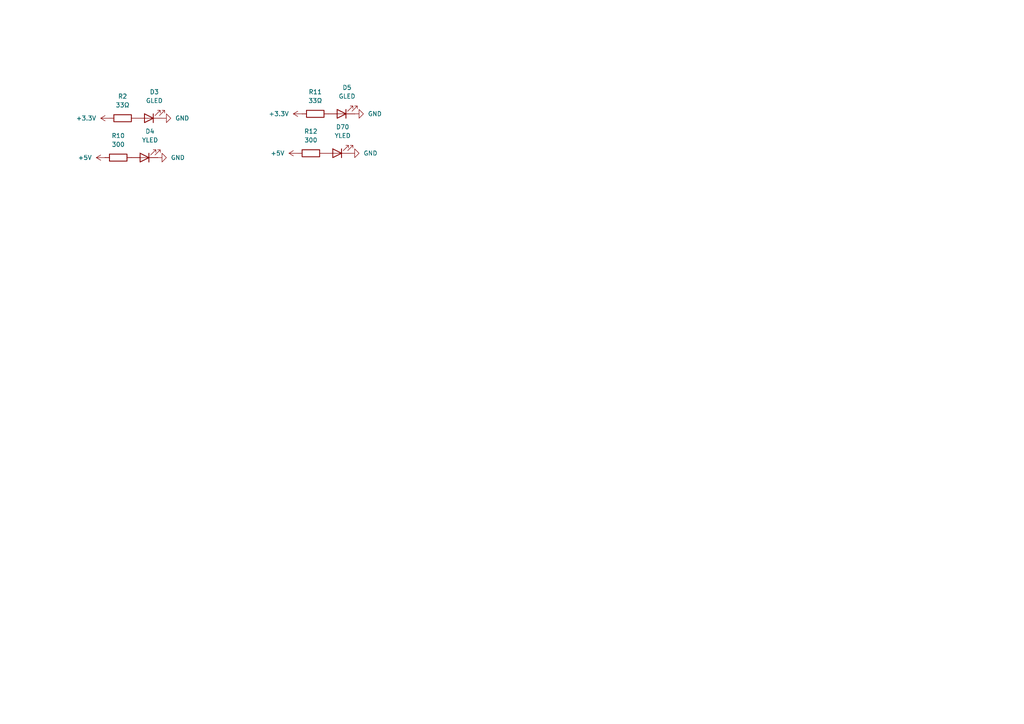
<source format=kicad_sch>
(kicad_sch (version 20250114) (generator "eeschema") (generator_version "9.0")
  (paper "A4")
  (lib_symbols
    (symbol "Device:LED" (pin_numbers (hide yes)) (pin_names (offset 1.016) (hide yes))
      (property "Reference" "D" (at 0 2.54 0))
      (property "Value" "LED" (at 0 -2.54 0))
      (symbol "LED_0_1"
        (polyline (pts (xy -3.048 -0.762) (xy -4.572 -2.286) (xy -3.81 -2.286) (xy -4.572 -2.286) (xy -4.572 -1.524)))
        (polyline (pts (xy -1.778 -0.762) (xy -3.302 -2.286) (xy -2.54 -2.286) (xy -3.302 -2.286) (xy -3.302 -1.524)))
        (polyline (pts (xy -1.27 0) (xy 1.27 0)))
        (polyline (pts (xy -1.27 -1.27) (xy -1.27 1.27)) (stroke (width 0.254)))
        (polyline (pts (xy 1.27 -1.27) (xy 1.27 1.27) (xy -1.27 0) (xy 1.27 -1.27)) (stroke (width 0.254)))
      )
      (symbol "LED_1_1"
        (pin passive line (at -3.81 0 0) (length 2.54) (name "K") (number "1"))
        (pin passive line (at 3.81 0 180) (length 2.54) (name "A") (number "2"))
      )
    )
    (symbol "Device:R" (pin_numbers (hide yes)) (pin_names (offset 0))
      (property "Reference" "R" (at 2.032 0 90))
      (property "Value" "R" (at 0 0 90))
      (symbol "R_0_1"
        (rectangle (start -1.016 -2.54) (end 1.016 2.54) (stroke (width 0.254)))
      )
      (symbol "R_1_1"
        (pin passive line (at 0 3.81 270) (length 1.27) (name "~") (number "1"))
        (pin passive line (at 0 -3.81 90) (length 1.27) (name "~") (number "2"))
      )
    )
    (symbol "power:+3.3V" (power) (pin_numbers (hide yes)) (pin_names (offset 0) (hide yes))
      (property "Value" "+3.3V" (at 0 3.556 0))
      (symbol "+3.3V_0_1"
        (polyline (pts (xy -0.762 1.27) (xy 0 2.54)))
        (polyline (pts (xy 0 2.54) (xy 0.762 1.27)))
        (polyline (pts (xy 0 0) (xy 0 2.54)))
      )
      (symbol "+3.3V_1_1"
        (pin power_in line (at 0 0 90) (length 0) (name "~") (number "1"))
      )
    )
    (symbol "power:+5V" (power) (pin_numbers (hide yes)) (pin_names (offset 0) (hide yes))
      (property "Value" "+5V" (at 0 3.556 0))
      (symbol "+5V_0_1"
        (polyline (pts (xy -0.762 1.27) (xy 0 2.54)))
        (polyline (pts (xy 0 2.54) (xy 0.762 1.27)))
        (polyline (pts (xy 0 0) (xy 0 2.54)))
      )
      (symbol "+5V_1_1"
        (pin power_in line (at 0 0 90) (length 0) (name "~") (number "1"))
      )
    )
    (symbol "power:GND" (power) (pin_numbers (hide yes)) (pin_names (offset 0) (hide yes))
      (property "Value" "GND" (at 0 -3.81 0))
      (symbol "GND_0_1"
        (polyline (pts (xy 0 0) (xy 0 -1.27) (xy 1.27 -1.27) (xy 0 -2.54) (xy -1.27 -1.27) (xy 0 -1.27)))
      )
      (symbol "GND_1_1"
        (pin power_in line (at 0 0 270) (length 0) (name "~") (number "1"))
      )
    )
  )
  (symbol (lib_id "Device:R") (at 90.17 44.45 270) (unit 1)
    (property "Reference" "R12" (at 90.17 38.1 90))
    (property "Value" "300" (at 90.17 40.64 90))
    (property "Footprint" "Resistor_SMD:R_0603_1608Metric" (effects (hide yes)))
    (property "Description" "Resistor" (effects (hide yes)))
    (property "LCSC" "C2907148" (effects (hide yes)))
  )
  (symbol (lib_id "Device:LED") (at 41.91 45.72 180) (unit 1)
    (property "Reference" "D4" (at 43.4975 38.1 0))
    (property "Value" "YLED" (at 43.4975 40.64 0))
    (property "Footprint" "easyeda2kicad:LED0805-R-RD" (effects (hide yes)))
    (property "Datasheet" "https://www.lcsc.com/datasheet/C84261.pdf" (effects (hide yes)))
    (property "Description" "Light emitting diode" (effects (hide yes)))
    (property "Sim.Pins" "1=K 2=A" (effects (hide yes)))
    (property "LCSC" "C84261" (effects (hide yes)))
  )
  (symbol (lib_id "Device:LED") (at 43.18 34.29 180) (unit 1)
    (property "Reference" "D3" (at 44.7675 26.67 0))
    (property "Value" "GLED" (at 44.7675 29.21 0))
    (property "Footprint" "easyeda2kicad:LED0805-R-RD" (effects (hide yes)))
    (property "Datasheet" "https://www.lcsc.com/datasheet/C84260.pdf" (effects (hide yes)))
    (property "Description" "Light emitting diode" (effects (hide yes)))
    (property "Sim.Pins" "1=K 2=A" (effects (hide yes)))
    (property "LCSC" "C84260" (effects (hide yes)))
  )
  (symbol (lib_id "Device:R") (at 34.29 45.72 270) (unit 1)
    (property "Reference" "R10" (at 34.29 39.37 90))
    (property "Value" "300" (at 34.29 41.91 90))
    (property "Footprint" "Resistor_SMD:R_0603_1608Metric" (effects (hide yes)))
    (property "Description" "Resistor" (effects (hide yes)))
    (property "LCSC" "C2907148" (effects (hide yes)))
  )
  (symbol (lib_id "Device:R") (at 91.44 33.02 270) (unit 1)
    (property "Reference" "R11" (at 91.44 26.67 90))
    (property "Value" "33Ω" (at 91.44 29.21 90))
    (property "Footprint" "Resistor_SMD:R_0603_1608Metric" (effects (hide yes)))
    (property "Datasheet" "https://www.lcsc.com/datasheet/C108661.pdf" (effects (hide yes)))
    (property "Description" "Resistor" (effects (hide yes)))
    (property "LCSC" "C108661" (effects (hide yes)))
  )
  (symbol (lib_id "power:+3.3V") (at 31.75 34.29 90) (unit 1)
    (property "Reference" "#PWR0193" (effects (hide yes)))
    (property "Value" "+3.3V" (at 27.94 34.2899 90) (effects (justify left)))
    (property "Description" "Power symbol creates a global label with name \"+3.3V\"" (effects (hide yes)))
  )
  (symbol (lib_id "power:GND") (at 46.99 34.29 90) (unit 1)
    (property "Reference" "#PWR0196" (effects (hide yes)))
    (property "Value" "GND" (at 50.8 34.2899 90) (effects (justify right)))
    (property "Description" "Power symbol creates a global label with name \"GND\" , ground" (effects (hide yes)))
  )
  (symbol (lib_id "Device:LED") (at 97.79 44.45 180) (unit 1)
    (property "Reference" "D70" (at 99.3775 36.83 0))
    (property "Value" "YLED" (at 99.3775 39.37 0))
    (property "Footprint" "easyeda2kicad:LED0805-R-RD" (effects (hide yes)))
    (property "Datasheet" "https://www.lcsc.com/datasheet/C84261.pdf" (effects (hide yes)))
    (property "Description" "Light emitting diode" (effects (hide yes)))
    (property "Sim.Pins" "1=K 2=A" (effects (hide yes)))
    (property "LCSC" "C84261" (effects (hide yes)))
  )
  (symbol (lib_id "power:GND") (at 102.87 33.02 90) (unit 1)
    (property "Reference" "#PWR0198" (effects (hide yes)))
    (property "Value" "GND" (at 106.68 33.0199 90) (effects (justify right)))
    (property "Description" "Power symbol creates a global label with name \"GND\" , ground" (effects (hide yes)))
  )
  (symbol (lib_id "power:+3.3V") (at 87.63 33.02 90) (unit 1)
    (property "Reference" "#PWR0197" (effects (hide yes)))
    (property "Value" "+3.3V" (at 83.82 33.0199 90) (effects (justify left)))
    (property "Description" "Power symbol creates a global label with name \"+3.3V\"" (effects (hide yes)))
  )
  (symbol (lib_id "power:GND") (at 101.6 44.45 90) (unit 1)
    (property "Reference" "#PWR0200" (effects (hide yes)))
    (property "Value" "GND" (at 105.41 44.4499 90) (effects (justify right)))
    (property "Description" "Power symbol creates a global label with name \"GND\" , ground" (effects (hide yes)))
  )
  (symbol (lib_id "power:+5V") (at 30.48 45.72 90) (unit 1)
    (property "Reference" "#PWR0186" (effects (hide yes)))
    (property "Value" "+5V" (at 26.67 45.7199 90) (effects (justify left)))
    (property "Description" "Power symbol creates a global label with name \"+5V\"" (effects (hide yes)))
  )
  (symbol (lib_id "Device:LED") (at 99.06 33.02 180) (unit 1)
    (property "Reference" "D5" (at 100.6475 25.4 0))
    (property "Value" "GLED" (at 100.6475 27.94 0))
    (property "Footprint" "easyeda2kicad:LED0805-R-RD" (effects (hide yes)))
    (property "Datasheet" "https://www.lcsc.com/datasheet/C84260.pdf" (effects (hide yes)))
    (property "Description" "Light emitting diode" (effects (hide yes)))
    (property "Sim.Pins" "1=K 2=A" (effects (hide yes)))
    (property "LCSC" "C84260" (effects (hide yes)))
  )
  (symbol (lib_id "Device:R") (at 35.56 34.29 270) (unit 1)
    (property "Reference" "R2" (at 35.56 27.94 90))
    (property "Value" "33Ω" (at 35.56 30.48 90))
    (property "Footprint" "Resistor_SMD:R_0603_1608Metric" (effects (hide yes)))
    (property "Datasheet" "https://www.lcsc.com/datasheet/C108661.pdf" (effects (hide yes)))
    (property "Description" "Resistor" (effects (hide yes)))
    (property "LCSC" "C108661" (effects (hide yes)))
  )
  (symbol (lib_id "power:GND") (at 45.72 45.72 90) (unit 1)
    (property "Reference" "#PWR022" (effects (hide yes)))
    (property "Value" "GND" (at 49.53 45.7199 90) (effects (justify right)))
    (property "Description" "Power symbol creates a global label with name \"GND\" , ground" (effects (hide yes)))
  )
  (symbol (lib_id "power:+5V") (at 86.36 44.45 90) (unit 1)
    (property "Reference" "#PWR0199" (effects (hide yes)))
    (property "Value" "+5V" (at 82.55 44.4499 90) (effects (justify left)))
    (property "Description" "Power symbol creates a global label with name \"+5V\"" (effects (hide yes)))
  )
)
</source>
